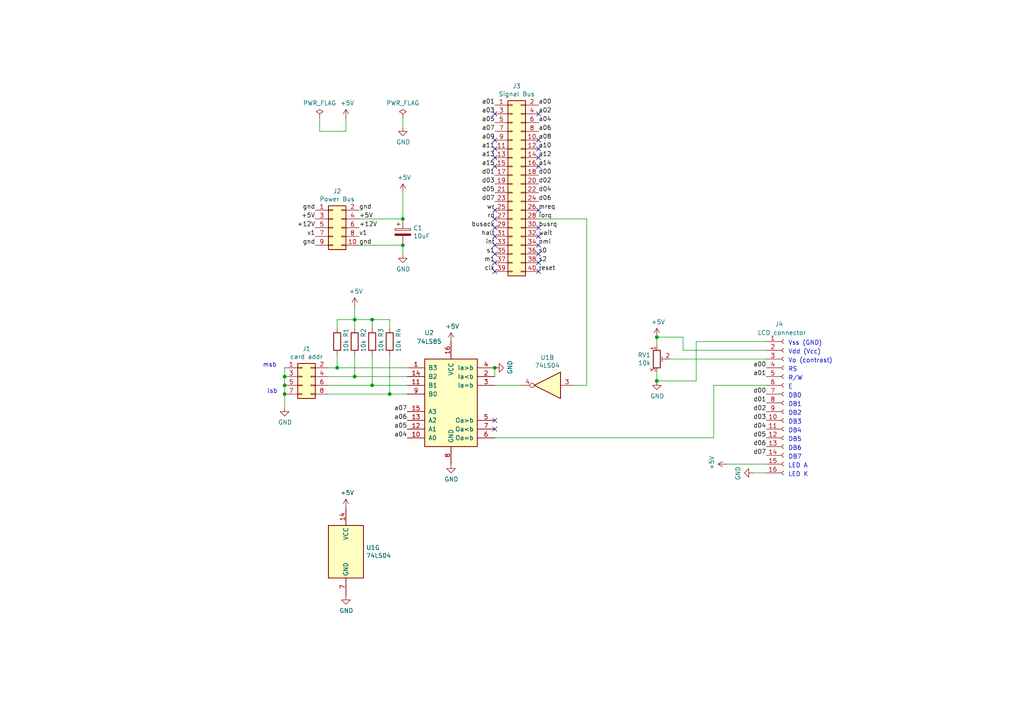
<source format=kicad_sch>
(kicad_sch (version 20211123) (generator eeschema)
  (paper "A4")
  (lib_symbols
    (symbol "74xx:74LS04"
      (property "Reference" "U" (at 0 1.27 0))
      (property "Value" "74LS04" (at 0 -1.27 0))
      (symbol "74LS04_1_0"
        (polyline (pts (xy -3.81 3.81) (xy -3.81 -3.81) (xy 3.81 0) (xy -3.81 3.81)) (stroke (width 0.254)) (fill (type background)))
        (pin input line (at -7.62 0 0) (length 3.81) (name "~") (number "1"))
        (pin output inverted (at 7.62 0 180) (length 3.81) (name "~") (number "2"))
      )
      (symbol "74LS04_2_0"
        (polyline (pts (xy -3.81 3.81) (xy -3.81 -3.81) (xy 3.81 0) (xy -3.81 3.81)) (stroke (width 0.254)) (fill (type background)))
        (pin input line (at -7.62 0 0) (length 3.81) (name "~") (number "3"))
        (pin output inverted (at 7.62 0 180) (length 3.81) (name "~") (number "4"))
      )
      (symbol "74LS04_3_0"
        (polyline (pts (xy -3.81 3.81) (xy -3.81 -3.81) (xy 3.81 0) (xy -3.81 3.81)) (stroke (width 0.254)) (fill (type background)))
        (pin input line (at -7.62 0 0) (length 3.81) (name "~") (number "5"))
        (pin output inverted (at 7.62 0 180) (length 3.81) (name "~") (number "6"))
      )
      (symbol "74LS04_4_0"
        (polyline (pts (xy -3.81 3.81) (xy -3.81 -3.81) (xy 3.81 0) (xy -3.81 3.81)) (stroke (width 0.254)) (fill (type background)))
        (pin output inverted (at 7.62 0 180) (length 3.81) (name "~") (number "8"))
        (pin input line (at -7.62 0 0) (length 3.81) (name "~") (number "9"))
      )
      (symbol "74LS04_5_0"
        (polyline (pts (xy -3.81 3.81) (xy -3.81 -3.81) (xy 3.81 0) (xy -3.81 3.81)) (stroke (width 0.254)) (fill (type background)))
        (pin output inverted (at 7.62 0 180) (length 3.81) (name "~") (number "10"))
        (pin input line (at -7.62 0 0) (length 3.81) (name "~") (number "11"))
      )
      (symbol "74LS04_6_0"
        (polyline (pts (xy -3.81 3.81) (xy -3.81 -3.81) (xy 3.81 0) (xy -3.81 3.81)) (stroke (width 0.254)) (fill (type background)))
        (pin output inverted (at 7.62 0 180) (length 3.81) (name "~") (number "12"))
        (pin input line (at -7.62 0 0) (length 3.81) (name "~") (number "13"))
      )
      (symbol "74LS04_7_0"
        (pin power_in line (at 0 12.7 270) (length 5.08) (name "VCC") (number "14"))
        (pin power_in line (at 0 -12.7 90) (length 5.08) (name "GND") (number "7"))
      )
      (symbol "74LS04_7_1"
        (rectangle (start -5.08 7.62) (end 5.08 -7.62) (stroke (width 0.254)) (fill (type background)))
      )
    )
    (symbol "74xx:74LS85" (pin_names (offset 1.016))
      (property "Reference" "U" (at -7.62 13.97 0))
      (property "Value" "74LS85" (at -7.62 -13.97 0))
      (symbol "74LS85_1_0"
        (pin input line (at -12.7 10.16 0) (length 5.08) (name "B3") (number "1"))
        (pin input line (at -12.7 -10.16 0) (length 5.08) (name "A0") (number "10"))
        (pin input line (at -12.7 5.08 0) (length 5.08) (name "B1") (number "11"))
        (pin input line (at -12.7 -7.62 0) (length 5.08) (name "A1") (number "12"))
        (pin input line (at -12.7 -5.08 0) (length 5.08) (name "A2") (number "13"))
        (pin input line (at -12.7 7.62 0) (length 5.08) (name "B2") (number "14"))
        (pin input line (at -12.7 -2.54 0) (length 5.08) (name "A3") (number "15"))
        (pin power_in line (at 0 17.78 270) (length 5.08) (name "VCC") (number "16"))
        (pin input line (at 12.7 7.62 180) (length 5.08) (name "Ia<b") (number "2"))
        (pin input line (at 12.7 5.08 180) (length 5.08) (name "Ia=b") (number "3"))
        (pin input line (at 12.7 10.16 180) (length 5.08) (name "Ia>b") (number "4"))
        (pin output line (at 12.7 -5.08 180) (length 5.08) (name "Oa>b") (number "5"))
        (pin output line (at 12.7 -10.16 180) (length 5.08) (name "Oa=b") (number "6"))
        (pin output line (at 12.7 -7.62 180) (length 5.08) (name "Oa<b") (number "7"))
        (pin power_in line (at 0 -17.78 90) (length 5.08) (name "GND") (number "8"))
        (pin input line (at -12.7 2.54 0) (length 5.08) (name "B0") (number "9"))
      )
      (symbol "74LS85_1_1"
        (rectangle (start -7.62 12.7) (end 7.62 -12.7) (stroke (width 0.254)) (fill (type background)))
      )
    )
    (symbol "Connector:Conn_01x16_Female" (pin_names (offset 1.016) hide)
      (property "Reference" "J" (at 0 20.32 0))
      (property "Value" "Conn_01x16_Female" (at 0 -22.86 0))
      (symbol "Conn_01x16_Female_1_1"
        (arc (start 0 -19.812) (mid -0.508 -20.32) (end 0 -20.828) (stroke (width 0.1524)))
        (arc (start 0 -17.272) (mid -0.508 -17.78) (end 0 -18.288) (stroke (width 0.1524)))
        (arc (start 0 -14.732) (mid -0.508 -15.24) (end 0 -15.748) (stroke (width 0.1524)))
        (arc (start 0 -12.192) (mid -0.508 -12.7) (end 0 -13.208) (stroke (width 0.1524)))
        (arc (start 0 -9.652) (mid -0.508 -10.16) (end 0 -10.668) (stroke (width 0.1524)))
        (arc (start 0 -7.112) (mid -0.508 -7.62) (end 0 -8.128) (stroke (width 0.1524)))
        (arc (start 0 -4.572) (mid -0.508 -5.08) (end 0 -5.588) (stroke (width 0.1524)))
        (arc (start 0 -2.032) (mid -0.508 -2.54) (end 0 -3.048) (stroke (width 0.1524)))
        (polyline (pts (xy -1.27 -20.32) (xy -0.508 -20.32)) (stroke (width 0.1524)))
        (polyline (pts (xy -1.27 -17.78) (xy -0.508 -17.78)) (stroke (width 0.1524)))
        (polyline (pts (xy -1.27 -15.24) (xy -0.508 -15.24)) (stroke (width 0.1524)))
        (polyline (pts (xy -1.27 -12.7) (xy -0.508 -12.7)) (stroke (width 0.1524)))
        (polyline (pts (xy -1.27 -10.16) (xy -0.508 -10.16)) (stroke (width 0.1524)))
        (polyline (pts (xy -1.27 -7.62) (xy -0.508 -7.62)) (stroke (width 0.1524)))
        (polyline (pts (xy -1.27 -5.08) (xy -0.508 -5.08)) (stroke (width 0.1524)))
        (polyline (pts (xy -1.27 -2.54) (xy -0.508 -2.54)) (stroke (width 0.1524)))
        (polyline (pts (xy -1.27 0) (xy -0.508 0)) (stroke (width 0.1524)))
        (polyline (pts (xy -1.27 2.54) (xy -0.508 2.54)) (stroke (width 0.1524)))
        (polyline (pts (xy -1.27 5.08) (xy -0.508 5.08)) (stroke (width 0.1524)))
        (polyline (pts (xy -1.27 7.62) (xy -0.508 7.62)) (stroke (width 0.1524)))
        (polyline (pts (xy -1.27 10.16) (xy -0.508 10.16)) (stroke (width 0.1524)))
        (polyline (pts (xy -1.27 12.7) (xy -0.508 12.7)) (stroke (width 0.1524)))
        (polyline (pts (xy -1.27 15.24) (xy -0.508 15.24)) (stroke (width 0.1524)))
        (polyline (pts (xy -1.27 17.78) (xy -0.508 17.78)) (stroke (width 0.1524)))
        (arc (start 0 0.508) (mid -0.508 0) (end 0 -0.508) (stroke (width 0.1524)))
        (arc (start 0 3.048) (mid -0.508 2.54) (end 0 2.032) (stroke (width 0.1524)))
        (arc (start 0 5.588) (mid -0.508 5.08) (end 0 4.572) (stroke (width 0.1524)))
        (arc (start 0 8.128) (mid -0.508 7.62) (end 0 7.112) (stroke (width 0.1524)))
        (arc (start 0 10.668) (mid -0.508 10.16) (end 0 9.652) (stroke (width 0.1524)))
        (arc (start 0 13.208) (mid -0.508 12.7) (end 0 12.192) (stroke (width 0.1524)))
        (arc (start 0 15.748) (mid -0.508 15.24) (end 0 14.732) (stroke (width 0.1524)))
        (arc (start 0 18.288) (mid -0.508 17.78) (end 0 17.272) (stroke (width 0.1524)))
        (pin passive line (at -5.08 17.78 0) (length 3.81) (name "Pin_1") (number "1"))
        (pin passive line (at -5.08 -5.08 0) (length 3.81) (name "Pin_10") (number "10"))
        (pin passive line (at -5.08 -7.62 0) (length 3.81) (name "Pin_11") (number "11"))
        (pin passive line (at -5.08 -10.16 0) (length 3.81) (name "Pin_12") (number "12"))
        (pin passive line (at -5.08 -12.7 0) (length 3.81) (name "Pin_13") (number "13"))
        (pin passive line (at -5.08 -15.24 0) (length 3.81) (name "Pin_14") (number "14"))
        (pin passive line (at -5.08 -17.78 0) (length 3.81) (name "Pin_15") (number "15"))
        (pin passive line (at -5.08 -20.32 0) (length 3.81) (name "Pin_16") (number "16"))
        (pin passive line (at -5.08 15.24 0) (length 3.81) (name "Pin_2") (number "2"))
        (pin passive line (at -5.08 12.7 0) (length 3.81) (name "Pin_3") (number "3"))
        (pin passive line (at -5.08 10.16 0) (length 3.81) (name "Pin_4") (number "4"))
        (pin passive line (at -5.08 7.62 0) (length 3.81) (name "Pin_5") (number "5"))
        (pin passive line (at -5.08 5.08 0) (length 3.81) (name "Pin_6") (number "6"))
        (pin passive line (at -5.08 2.54 0) (length 3.81) (name "Pin_7") (number "7"))
        (pin passive line (at -5.08 0 0) (length 3.81) (name "Pin_8") (number "8"))
        (pin passive line (at -5.08 -2.54 0) (length 3.81) (name "Pin_9") (number "9"))
      )
    )
    (symbol "Connector_Generic:Conn_02x04_Odd_Even" (pin_names (offset 1.016) hide)
      (property "Reference" "J" (at 1.27 5.08 0))
      (property "Value" "Conn_02x04_Odd_Even" (at 1.27 -7.62 0))
      (symbol "Conn_02x04_Odd_Even_1_1"
        (rectangle (start -1.27 -4.953) (end 0 -5.207) (stroke (width 0.1524)))
        (rectangle (start -1.27 -2.413) (end 0 -2.667) (stroke (width 0.1524)))
        (rectangle (start -1.27 0.127) (end 0 -0.127) (stroke (width 0.1524)))
        (rectangle (start -1.27 2.667) (end 0 2.413) (stroke (width 0.1524)))
        (rectangle (start -1.27 3.81) (end 3.81 -6.35) (stroke (width 0.254)) (fill (type background)))
        (rectangle (start 3.81 -4.953) (end 2.54 -5.207) (stroke (width 0.1524)))
        (rectangle (start 3.81 -2.413) (end 2.54 -2.667) (stroke (width 0.1524)))
        (rectangle (start 3.81 0.127) (end 2.54 -0.127) (stroke (width 0.1524)))
        (rectangle (start 3.81 2.667) (end 2.54 2.413) (stroke (width 0.1524)))
        (pin passive line (at -5.08 2.54 0) (length 3.81) (name "Pin_1") (number "1"))
        (pin passive line (at 7.62 2.54 180) (length 3.81) (name "Pin_2") (number "2"))
        (pin passive line (at -5.08 0 0) (length 3.81) (name "Pin_3") (number "3"))
        (pin passive line (at 7.62 0 180) (length 3.81) (name "Pin_4") (number "4"))
        (pin passive line (at -5.08 -2.54 0) (length 3.81) (name "Pin_5") (number "5"))
        (pin passive line (at 7.62 -2.54 180) (length 3.81) (name "Pin_6") (number "6"))
        (pin passive line (at -5.08 -5.08 0) (length 3.81) (name "Pin_7") (number "7"))
        (pin passive line (at 7.62 -5.08 180) (length 3.81) (name "Pin_8") (number "8"))
      )
    )
    (symbol "Connector_Generic:Conn_02x05_Odd_Even" (pin_names (offset 1.016) hide)
      (property "Reference" "J" (at 1.27 7.62 0))
      (property "Value" "Conn_02x05_Odd_Even" (at 1.27 -7.62 0))
      (symbol "Conn_02x05_Odd_Even_1_1"
        (rectangle (start -1.27 -4.953) (end 0 -5.207) (stroke (width 0.1524)))
        (rectangle (start -1.27 -2.413) (end 0 -2.667) (stroke (width 0.1524)))
        (rectangle (start -1.27 0.127) (end 0 -0.127) (stroke (width 0.1524)))
        (rectangle (start -1.27 2.667) (end 0 2.413) (stroke (width 0.1524)))
        (rectangle (start -1.27 5.207) (end 0 4.953) (stroke (width 0.1524)))
        (rectangle (start -1.27 6.35) (end 3.81 -6.35) (stroke (width 0.254)) (fill (type background)))
        (rectangle (start 3.81 -4.953) (end 2.54 -5.207) (stroke (width 0.1524)))
        (rectangle (start 3.81 -2.413) (end 2.54 -2.667) (stroke (width 0.1524)))
        (rectangle (start 3.81 0.127) (end 2.54 -0.127) (stroke (width 0.1524)))
        (rectangle (start 3.81 2.667) (end 2.54 2.413) (stroke (width 0.1524)))
        (rectangle (start 3.81 5.207) (end 2.54 4.953) (stroke (width 0.1524)))
        (pin passive line (at -5.08 5.08 0) (length 3.81) (name "Pin_1") (number "1"))
        (pin passive line (at 7.62 -5.08 180) (length 3.81) (name "Pin_10") (number "10"))
        (pin passive line (at 7.62 5.08 180) (length 3.81) (name "Pin_2") (number "2"))
        (pin passive line (at -5.08 2.54 0) (length 3.81) (name "Pin_3") (number "3"))
        (pin passive line (at 7.62 2.54 180) (length 3.81) (name "Pin_4") (number "4"))
        (pin passive line (at -5.08 0 0) (length 3.81) (name "Pin_5") (number "5"))
        (pin passive line (at 7.62 0 180) (length 3.81) (name "Pin_6") (number "6"))
        (pin passive line (at -5.08 -2.54 0) (length 3.81) (name "Pin_7") (number "7"))
        (pin passive line (at 7.62 -2.54 180) (length 3.81) (name "Pin_8") (number "8"))
        (pin passive line (at -5.08 -5.08 0) (length 3.81) (name "Pin_9") (number "9"))
      )
    )
    (symbol "Connector_Generic:Conn_02x20_Odd_Even" (pin_names (offset 1.016) hide)
      (property "Reference" "J" (at 1.27 25.4 0))
      (property "Value" "Conn_02x20_Odd_Even" (at 1.27 -27.94 0))
      (symbol "Conn_02x20_Odd_Even_1_1"
        (rectangle (start -1.27 -25.273) (end 0 -25.527) (stroke (width 0.1524)))
        (rectangle (start -1.27 -22.733) (end 0 -22.987) (stroke (width 0.1524)))
        (rectangle (start -1.27 -20.193) (end 0 -20.447) (stroke (width 0.1524)))
        (rectangle (start -1.27 -17.653) (end 0 -17.907) (stroke (width 0.1524)))
        (rectangle (start -1.27 -15.113) (end 0 -15.367) (stroke (width 0.1524)))
        (rectangle (start -1.27 -12.573) (end 0 -12.827) (stroke (width 0.1524)))
        (rectangle (start -1.27 -10.033) (end 0 -10.287) (stroke (width 0.1524)))
        (rectangle (start -1.27 -7.493) (end 0 -7.747) (stroke (width 0.1524)))
        (rectangle (start -1.27 -4.953) (end 0 -5.207) (stroke (width 0.1524)))
        (rectangle (start -1.27 -2.413) (end 0 -2.667) (stroke (width 0.1524)))
        (rectangle (start -1.27 0.127) (end 0 -0.127) (stroke (width 0.1524)))
        (rectangle (start -1.27 2.667) (end 0 2.413) (stroke (width 0.1524)))
        (rectangle (start -1.27 5.207) (end 0 4.953) (stroke (width 0.1524)))
        (rectangle (start -1.27 7.747) (end 0 7.493) (stroke (width 0.1524)))
        (rectangle (start -1.27 10.287) (end 0 10.033) (stroke (width 0.1524)))
        (rectangle (start -1.27 12.827) (end 0 12.573) (stroke (width 0.1524)))
        (rectangle (start -1.27 15.367) (end 0 15.113) (stroke (width 0.1524)))
        (rectangle (start -1.27 17.907) (end 0 17.653) (stroke (width 0.1524)))
        (rectangle (start -1.27 20.447) (end 0 20.193) (stroke (width 0.1524)))
        (rectangle (start -1.27 22.987) (end 0 22.733) (stroke (width 0.1524)))
        (rectangle (start -1.27 24.13) (end 3.81 -26.67) (stroke (width 0.254)) (fill (type background)))
        (rectangle (start 3.81 -25.273) (end 2.54 -25.527) (stroke (width 0.1524)))
        (rectangle (start 3.81 -22.733) (end 2.54 -22.987) (stroke (width 0.1524)))
        (rectangle (start 3.81 -20.193) (end 2.54 -20.447) (stroke (width 0.1524)))
        (rectangle (start 3.81 -17.653) (end 2.54 -17.907) (stroke (width 0.1524)))
        (rectangle (start 3.81 -15.113) (end 2.54 -15.367) (stroke (width 0.1524)))
        (rectangle (start 3.81 -12.573) (end 2.54 -12.827) (stroke (width 0.1524)))
        (rectangle (start 3.81 -10.033) (end 2.54 -10.287) (stroke (width 0.1524)))
        (rectangle (start 3.81 -7.493) (end 2.54 -7.747) (stroke (width 0.1524)))
        (rectangle (start 3.81 -4.953) (end 2.54 -5.207) (stroke (width 0.1524)))
        (rectangle (start 3.81 -2.413) (end 2.54 -2.667) (stroke (width 0.1524)))
        (rectangle (start 3.81 0.127) (end 2.54 -0.127) (stroke (width 0.1524)))
        (rectangle (start 3.81 2.667) (end 2.54 2.413) (stroke (width 0.1524)))
        (rectangle (start 3.81 5.207) (end 2.54 4.953) (stroke (width 0.1524)))
        (rectangle (start 3.81 7.747) (end 2.54 7.493) (stroke (width 0.1524)))
        (rectangle (start 3.81 10.287) (end 2.54 10.033) (stroke (width 0.1524)))
        (rectangle (start 3.81 12.827) (end 2.54 12.573) (stroke (width 0.1524)))
        (rectangle (start 3.81 15.367) (end 2.54 15.113) (stroke (width 0.1524)))
        (rectangle (start 3.81 17.907) (end 2.54 17.653) (stroke (width 0.1524)))
        (rectangle (start 3.81 20.447) (end 2.54 20.193) (stroke (width 0.1524)))
        (rectangle (start 3.81 22.987) (end 2.54 22.733) (stroke (width 0.1524)))
        (pin passive line (at -5.08 22.86 0) (length 3.81) (name "Pin_1") (number "1"))
        (pin passive line (at 7.62 12.7 180) (length 3.81) (name "Pin_10") (number "10"))
        (pin passive line (at -5.08 10.16 0) (length 3.81) (name "Pin_11") (number "11"))
        (pin passive line (at 7.62 10.16 180) (length 3.81) (name "Pin_12") (number "12"))
        (pin passive line (at -5.08 7.62 0) (length 3.81) (name "Pin_13") (number "13"))
        (pin passive line (at 7.62 7.62 180) (length 3.81) (name "Pin_14") (number "14"))
        (pin passive line (at -5.08 5.08 0) (length 3.81) (name "Pin_15") (number "15"))
        (pin passive line (at 7.62 5.08 180) (length 3.81) (name "Pin_16") (number "16"))
        (pin passive line (at -5.08 2.54 0) (length 3.81) (name "Pin_17") (number "17"))
        (pin passive line (at 7.62 2.54 180) (length 3.81) (name "Pin_18") (number "18"))
        (pin passive line (at -5.08 0 0) (length 3.81) (name "Pin_19") (number "19"))
        (pin passive line (at 7.62 22.86 180) (length 3.81) (name "Pin_2") (number "2"))
        (pin passive line (at 7.62 0 180) (length 3.81) (name "Pin_20") (number "20"))
        (pin passive line (at -5.08 -2.54 0) (length 3.81) (name "Pin_21") (number "21"))
        (pin passive line (at 7.62 -2.54 180) (length 3.81) (name "Pin_22") (number "22"))
        (pin passive line (at -5.08 -5.08 0) (length 3.81) (name "Pin_23") (number "23"))
        (pin passive line (at 7.62 -5.08 180) (length 3.81) (name "Pin_24") (number "24"))
        (pin passive line (at -5.08 -7.62 0) (length 3.81) (name "Pin_25") (number "25"))
        (pin passive line (at 7.62 -7.62 180) (length 3.81) (name "Pin_26") (number "26"))
        (pin passive line (at -5.08 -10.16 0) (length 3.81) (name "Pin_27") (number "27"))
        (pin passive line (at 7.62 -10.16 180) (length 3.81) (name "Pin_28") (number "28"))
        (pin passive line (at -5.08 -12.7 0) (length 3.81) (name "Pin_29") (number "29"))
        (pin passive line (at -5.08 20.32 0) (length 3.81) (name "Pin_3") (number "3"))
        (pin passive line (at 7.62 -12.7 180) (length 3.81) (name "Pin_30") (number "30"))
        (pin passive line (at -5.08 -15.24 0) (length 3.81) (name "Pin_31") (number "31"))
        (pin passive line (at 7.62 -15.24 180) (length 3.81) (name "Pin_32") (number "32"))
        (pin passive line (at -5.08 -17.78 0) (length 3.81) (name "Pin_33") (number "33"))
        (pin passive line (at 7.62 -17.78 180) (length 3.81) (name "Pin_34") (number "34"))
        (pin passive line (at -5.08 -20.32 0) (length 3.81) (name "Pin_35") (number "35"))
        (pin passive line (at 7.62 -20.32 180) (length 3.81) (name "Pin_36") (number "36"))
        (pin passive line (at -5.08 -22.86 0) (length 3.81) (name "Pin_37") (number "37"))
        (pin passive line (at 7.62 -22.86 180) (length 3.81) (name "Pin_38") (number "38"))
        (pin passive line (at -5.08 -25.4 0) (length 3.81) (name "Pin_39") (number "39"))
        (pin passive line (at 7.62 20.32 180) (length 3.81) (name "Pin_4") (number "4"))
        (pin passive line (at 7.62 -25.4 180) (length 3.81) (name "Pin_40") (number "40"))
        (pin passive line (at -5.08 17.78 0) (length 3.81) (name "Pin_5") (number "5"))
        (pin passive line (at 7.62 17.78 180) (length 3.81) (name "Pin_6") (number "6"))
        (pin passive line (at -5.08 15.24 0) (length 3.81) (name "Pin_7") (number "7"))
        (pin passive line (at 7.62 15.24 180) (length 3.81) (name "Pin_8") (number "8"))
        (pin passive line (at -5.08 12.7 0) (length 3.81) (name "Pin_9") (number "9"))
      )
    )
    (symbol "Device:CP" (pin_numbers hide) (pin_names (offset 0.254))
      (property "Reference" "C" (at 0.635 2.54 0))
      (property "Value" "Device_CP" (at 0.635 -2.54 0))
      (symbol "CP_0_1"
        (rectangle (start -2.286 0.508) (end 2.286 1.016))
        (polyline (pts (xy -1.778 2.286) (xy -0.762 2.286)))
        (polyline (pts (xy -1.27 2.794) (xy -1.27 1.778)))
        (rectangle (start 2.286 -0.508) (end -2.286 -1.016) (fill (type outline)))
      )
      (symbol "CP_1_1"
        (pin passive line (at 0 3.81 270) (length 2.794) (name "~") (number "1"))
        (pin passive line (at 0 -3.81 90) (length 2.794) (name "~") (number "2"))
      )
    )
    (symbol "Device:R" (pin_numbers hide) (pin_names (offset 0))
      (property "Reference" "R" (at 2.032 0 90))
      (property "Value" "R" (at 0 0 90))
      (symbol "R_0_1"
        (rectangle (start -1.016 -2.54) (end 1.016 2.54) (stroke (width 0.254)))
      )
      (symbol "R_1_1"
        (pin passive line (at 0 3.81 270) (length 1.27) (name "~") (number "1"))
        (pin passive line (at 0 -3.81 90) (length 1.27) (name "~") (number "2"))
      )
    )
    (symbol "Device:R_POT_TRIM" (pin_names (offset 1.016) hide)
      (property "Reference" "RV" (at -4.445 0 90))
      (property "Value" "Device_R_POT_TRIM" (at -2.54 0 90))
      (symbol "R_POT_TRIM_0_1"
        (polyline (pts (xy 1.524 0.762) (xy 1.524 -0.762)))
        (polyline (pts (xy 2.54 0) (xy 1.524 0)))
        (rectangle (start 1.016 2.54) (end -1.016 -2.54) (stroke (width 0.254)))
      )
      (symbol "R_POT_TRIM_1_1"
        (pin passive line (at 0 3.81 270) (length 1.27) (name "1") (number "1"))
        (pin passive line (at 3.81 0 180) (length 1.27) (name "2") (number "2"))
        (pin passive line (at 0 -3.81 90) (length 1.27) (name "3") (number "3"))
      )
    )
    (symbol "power:+5V" (power) (pin_names (offset 0))
      (property "Value" "+5V" (at 0 3.556 0))
      (symbol "+5V_0_1"
        (polyline (pts (xy -0.762 1.27) (xy 0 2.54)))
        (polyline (pts (xy 0 0) (xy 0 2.54)))
        (polyline (pts (xy 0 2.54) (xy 0.762 1.27)))
      )
      (symbol "+5V_1_1"
        (pin power_in line (at 0 0 90) (length 0) hide (name "+5V") (number "1"))
      )
    )
    (symbol "power:GND" (power) (pin_names (offset 0))
      (property "Value" "GND" (at 0 -3.81 0))
      (symbol "GND_0_1"
        (polyline (pts (xy 0 0) (xy 0 -1.27) (xy 1.27 -1.27) (xy 0 -2.54) (xy -1.27 -1.27) (xy 0 -1.27)))
      )
      (symbol "GND_1_1"
        (pin power_in line (at 0 0 270) (length 0) hide (name "GND") (number "1"))
      )
    )
    (symbol "power:PWR_FLAG" (power) (pin_numbers hide) (pin_names (offset 0) hide)
      (property "Value" "PWR_FLAG" (at 0 3.81 0))
      (symbol "PWR_FLAG_0_0"
        (pin power_out line (at 0 0 90) (length 0) (name "pwr") (number "1"))
      )
      (symbol "PWR_FLAG_0_1"
        (polyline (pts (xy 0 0) (xy 0 1.27) (xy -1.016 1.905) (xy 0 2.54) (xy 1.016 1.905) (xy 0 1.27)))
      )
    )
  )
  (junction (at 82.55 114.3))
  (junction (at 116.84 63.5))
  (junction (at 102.87 92.71))
  (junction (at 143.51 106.68))
  (junction (at 102.87 109.22))
  (junction (at 82.55 111.76))
  (junction (at 113.03 114.3))
  (junction (at 107.95 111.76))
  (junction (at 190.5 97.79))
  (junction (at 97.79 106.68))
  (junction (at 82.55 109.22))
  (junction (at 190.5 110.49))
  (junction (at 116.84 71.12))
  (junction (at 107.95 92.71))
  (no_connect (at 156.21 45.72))
  (no_connect (at 336.55 27.94))
  (no_connect (at 156.21 78.74))
  (no_connect (at 143.51 73.66))
  (no_connect (at 143.51 68.58))
  (no_connect (at 143.51 63.5))
  (no_connect (at 156.21 60.96))
  (no_connect (at 143.51 121.92))
  (no_connect (at 156.21 73.66))
  (no_connect (at 143.51 60.96))
  (no_connect (at 143.51 43.18))
  (no_connect (at 143.51 78.74))
  (no_connect (at 156.21 68.58))
  (no_connect (at 156.21 76.2))
  (no_connect (at 143.51 48.26))
  (no_connect (at 156.21 66.04))
  (no_connect (at 156.21 40.64))
  (no_connect (at 156.21 33.02))
  (no_connect (at 156.21 43.18))
  (no_connect (at 143.51 45.72))
  (no_connect (at 143.51 66.04))
  (no_connect (at 143.51 76.2))
  (no_connect (at 156.21 48.26))
  (no_connect (at 143.51 40.64))
  (no_connect (at 143.51 71.12))
  (no_connect (at 143.51 124.46))
  (no_connect (at 156.21 71.12))
  (no_connect (at 143.51 33.02))
  (wire (pts (xy 92.71 38.1) (xy 100.33 38.1)))
  (wire (pts (xy 95.25 109.22) (xy 102.87 109.22)))
  (wire (pts (xy 113.03 102.87) (xy 113.03 114.3)))
  (wire (pts (xy 102.87 109.22) (xy 118.11 109.22)))
  (wire (pts (xy 116.84 71.12) (xy 104.14 71.12)))
  (wire (pts (xy 82.55 109.22) (xy 82.55 111.76)))
  (wire (pts (xy 143.51 127) (xy 207.01 127)))
  (wire (pts (xy 143.51 106.68) (xy 143.51 109.22)))
  (wire (pts (xy 198.12 101.6) (xy 198.12 97.79)))
  (wire (pts (xy 97.79 106.68) (xy 95.25 106.68)))
  (wire (pts (xy 170.18 63.5) (xy 156.21 63.5)))
  (wire (pts (xy 116.84 34.29) (xy 116.84 36.83)))
  (wire (pts (xy 102.87 95.25) (xy 102.87 92.71)))
  (wire (pts (xy 107.95 102.87) (xy 107.95 111.76)))
  (wire (pts (xy 97.79 92.71) (xy 102.87 92.71)))
  (wire (pts (xy 107.95 95.25) (xy 107.95 92.71)))
  (wire (pts (xy 116.84 73.66) (xy 116.84 71.12)))
  (wire (pts (xy 100.33 38.1) (xy 100.33 34.29)))
  (wire (pts (xy 201.93 99.06) (xy 201.93 110.49)))
  (wire (pts (xy 107.95 92.71) (xy 113.03 92.71)))
  (wire (pts (xy 116.84 55.88) (xy 116.84 63.5)))
  (wire (pts (xy 222.25 104.14) (xy 194.31 104.14)))
  (wire (pts (xy 97.79 102.87) (xy 97.79 106.68)))
  (wire (pts (xy 210.82 134.62) (xy 222.25 134.62)))
  (wire (pts (xy 82.55 111.76) (xy 82.55 114.3)))
  (wire (pts (xy 222.25 101.6) (xy 198.12 101.6)))
  (wire (pts (xy 118.11 106.68) (xy 97.79 106.68)))
  (wire (pts (xy 118.11 111.76) (xy 107.95 111.76)))
  (wire (pts (xy 222.25 137.16) (xy 218.44 137.16)))
  (wire (pts (xy 82.55 106.68) (xy 82.55 109.22)))
  (wire (pts (xy 82.55 118.11) (xy 82.55 114.3)))
  (wire (pts (xy 113.03 92.71) (xy 113.03 95.25)))
  (wire (pts (xy 151.13 111.76) (xy 143.51 111.76)))
  (wire (pts (xy 207.01 111.76) (xy 207.01 127)))
  (wire (pts (xy 113.03 114.3) (xy 118.11 114.3)))
  (wire (pts (xy 116.84 63.5) (xy 104.14 63.5)))
  (wire (pts (xy 190.5 110.49) (xy 190.5 107.95)))
  (wire (pts (xy 102.87 92.71) (xy 107.95 92.71)))
  (wire (pts (xy 170.18 111.76) (xy 170.18 63.5)))
  (wire (pts (xy 102.87 102.87) (xy 102.87 109.22)))
  (wire (pts (xy 198.12 97.79) (xy 190.5 97.79)))
  (wire (pts (xy 107.95 111.76) (xy 95.25 111.76)))
  (wire (pts (xy 95.25 114.3) (xy 113.03 114.3)))
  (wire (pts (xy 201.93 110.49) (xy 190.5 110.49)))
  (wire (pts (xy 97.79 95.25) (xy 97.79 92.71)))
  (wire (pts (xy 166.37 111.76) (xy 170.18 111.76)))
  (wire (pts (xy 222.25 99.06) (xy 201.93 99.06)))
  (wire (pts (xy 222.25 111.76) (xy 207.01 111.76)))
  (wire (pts (xy 92.71 34.29) (xy 92.71 38.1)))
  (wire (pts (xy 102.87 88.9) (xy 102.87 92.71)))
  (wire (pts (xy 190.5 97.79) (xy 190.5 100.33)))
  (text "DB1" (at 228.6 118.11 0) (effects (font (size 1.27 1.27)) (justify left bottom)))
  (text "Vdd (Vcc)" (at 228.6 102.87 0) (effects (font (size 1.27 1.27)) (justify left bottom)))
  (text "DB2" (at 228.6 120.65 0) (effects (font (size 1.27 1.27)) (justify left bottom)))
  (text "Vss (GND)" (at 228.6 100.33 0) (effects (font (size 1.27 1.27)) (justify left bottom)))
  (text "DB3" (at 228.6 123.19 0) (effects (font (size 1.27 1.27)) (justify left bottom)))
  (text "LED K" (at 228.6 138.43 0) (effects (font (size 1.27 1.27)) (justify left bottom)))
  (text "lsb" (at 77.47 114.3 0) (effects (font (size 1.27 1.27)) (justify left bottom)))
  (text "DB4" (at 228.6 125.73 0) (effects (font (size 1.27 1.27)) (justify left bottom)))
  (text "msb" (at 76.2 106.68 0) (effects (font (size 1.27 1.27)) (justify left bottom)))
  (text "DB7" (at 228.6 133.35 0) (effects (font (size 1.27 1.27)) (justify left bottom)))
  (text "R/W" (at 228.6 110.49 0) (effects (font (size 1.27 1.27)) (justify left bottom)))
  (text "LED A" (at 228.6 135.89 0) (effects (font (size 1.27 1.27)) (justify left bottom)))
  (text "DB5" (at 228.6 128.27 0) (effects (font (size 1.27 1.27)) (justify left bottom)))
  (text "DB6" (at 228.6 130.81 0) (effects (font (size 1.27 1.27)) (justify left bottom)))
  (text "DB0" (at 228.6 115.57 0) (effects (font (size 1.27 1.27)) (justify left bottom)))
  (text "RS" (at 228.6 107.95 0) (effects (font (size 1.27 1.27)) (justify left bottom)))
  (text "E" (at 228.6 113.03 0) (effects (font (size 1.27 1.27)) (justify left bottom)))
  (text "Vo (contrast)\n" (at 228.6 105.41 0) (effects (font (size 1.27 1.27)) (justify left bottom)))
  (label "d07" (at 143.51 58.42 180))
  (label "a05" (at 143.51 35.56 180))
  (label "s1" (at 143.51 73.66 180))
  (label "a08" (at 156.21 40.64 0))
  (label "d01" (at 143.51 50.8 180))
  (label "mreq" (at 156.21 60.96 0))
  (label "busrq" (at 156.21 66.04 0))
  (label "a06" (at 118.11 121.92 180))
  (label "d07" (at 222.25 132.08 180))
  (label "a01" (at 222.25 109.22 180))
  (label "a07" (at 143.51 38.1 180))
  (label "d05" (at 143.51 55.88 180))
  (label "a03" (at 143.51 33.02 180))
  (label "iorq" (at 156.21 63.5 0))
  (label "s0" (at 156.21 73.66 0))
  (label "a11" (at 143.51 43.18 180))
  (label "a02" (at 156.21 33.02 0))
  (label "+12V" (at 104.14 66.04 0))
  (label "wait" (at 156.21 68.58 0))
  (label "+5V" (at 91.44 63.5 180))
  (label "v1" (at 91.44 68.58 180))
  (label "a04" (at 118.11 127 180))
  (label "halt" (at 143.51 68.58 180))
  (label "a01" (at 143.51 30.48 180))
  (label "a06" (at 156.21 38.1 0))
  (label "a14" (at 156.21 48.26 0))
  (label "reset" (at 156.21 78.74 0))
  (label "rd" (at 143.51 63.5 180))
  (label "a15" (at 143.51 48.26 180))
  (label "d04" (at 222.25 124.46 180))
  (label "d02" (at 222.25 119.38 180))
  (label "busack" (at 143.51 66.04 180))
  (label "gnd" (at 91.44 60.96 180))
  (label "m1" (at 143.51 76.2 180))
  (label "gnd" (at 104.14 71.12 0))
  (label "d04" (at 156.21 55.88 0))
  (label "d03" (at 143.51 53.34 180))
  (label "d05" (at 222.25 127 180))
  (label "int" (at 143.51 71.12 180))
  (label "clk" (at 143.51 78.74 180))
  (label "a04" (at 156.21 35.56 0))
  (label "v1" (at 104.14 68.58 0))
  (label "a00" (at 222.25 106.68 180))
  (label "s2" (at 156.21 76.2 0))
  (label "+5V" (at 104.14 63.5 0))
  (label "a13" (at 143.51 45.72 180))
  (label "wr" (at 143.51 60.96 180))
  (label "nmi" (at 156.21 71.12 0))
  (label "d02" (at 156.21 53.34 0))
  (label "a07" (at 118.11 119.38 180))
  (label "d01" (at 222.25 116.84 180))
  (label "+12V" (at 91.44 66.04 180))
  (label "a10" (at 156.21 43.18 0))
  (label "gnd" (at 91.44 71.12 180))
  (label "gnd" (at 104.14 60.96 0))
  (label "d03" (at 222.25 121.92 180))
  (label "a12" (at 156.21 45.72 0))
  (label "d00" (at 156.21 50.8 0))
  (label "a05" (at 118.11 124.46 180))
  (label "a09" (at 143.51 40.64 180))
  (label "d06" (at 156.21 58.42 0))
  (label "a00" (at 156.21 30.48 0))
  (label "d06" (at 222.25 129.54 180))
  (label "d00" (at 222.25 114.3 180))
  (symbol (lib_id "Connector_Generic:Conn_02x05_Odd_Even") (at 96.52 66.04 0) (unit 1)
    (property "Reference" "J2" (at 97.79 55.4482 0))
    (property "Value" "Power Bus" (at 97.79 57.7596 0))
  )
  (symbol (lib_id "Connector_Generic:Conn_02x20_Odd_Even") (at 148.59 53.34 0) (unit 1)
    (property "Reference" "J3" (at 149.86 24.9682 0))
    (property "Value" "Signal Bus" (at 149.86 27.2796 0))
  )
  (symbol (lib_id "power:+5V") (at 116.84 55.88 0) (unit 1)
    (property "Reference" "#PWR07" (effects hide))
    (property "Value" "+5V" (at 117.221 51.4858 0))
  )
  (symbol (lib_id "power:GND") (at 116.84 73.66 0) (unit 1)
    (property "Reference" "#PWR08" (effects hide))
    (property "Value" "GND" (at 116.967 78.0542 0))
  )
  (symbol (lib_id "power:PWR_FLAG") (at 92.71 34.29 0) (unit 1)
    (property "Reference" "#FLG01" (effects hide))
    (property "Value" "PWR_FLAG" (at 92.71 29.8958 0))
  )
  (symbol (lib_id "power:PWR_FLAG") (at 116.84 34.29 0) (unit 1)
    (property "Reference" "#FLG02" (effects hide))
    (property "Value" "PWR_FLAG" (at 116.84 29.8958 0))
  )
  (symbol (lib_id "power:GND") (at 116.84 36.83 0) (unit 1)
    (property "Reference" "#PWR06" (effects hide))
    (property "Value" "GND" (at 116.967 41.2242 0))
  )
  (symbol (lib_id "power:+5V") (at 100.33 34.29 0) (unit 1)
    (property "Reference" "#PWR02" (effects hide))
    (property "Value" "+5V" (at 100.711 29.8958 0))
  )
  (symbol (lib_id "power:GND") (at 100.33 172.72 0) (unit 1)
    (property "Reference" "#PWR05" (effects hide))
    (property "Value" "GND" (at 100.457 177.1142 0))
  )
  (symbol (lib_id "power:+5V") (at 100.33 147.32 0) (unit 1)
    (property "Reference" "#PWR04" (effects hide))
    (property "Value" "+5V" (at 100.711 142.9258 0))
  )
  (symbol (lib_id "74xx:74LS85") (at 130.81 116.84 0) (unit 1)
    (property "Reference" "U2" (at 124.46 96.52 0))
    (property "Value" "74LS85" (at 124.46 99.06 0))
    (property "Datasheet" "http://www.ti.com/lit/gpn/sn74LS85" (effects hide))
  )
  (symbol (lib_id "Connector_Generic:Conn_02x04_Odd_Even") (at 87.63 109.22 0) (unit 1)
    (property "Reference" "J1" (at 88.9 101.1682 0))
    (property "Value" "card addr" (at 88.9 103.4796 0))
  )
  (symbol (lib_id "power:+5V") (at 130.81 99.06 0) (unit 1)
    (property "Reference" "#PWR09" (effects hide))
    (property "Value" "+5V" (at 131.191 94.6658 0))
  )
  (symbol (lib_id "power:GND") (at 130.81 134.62 0) (unit 1)
    (property "Reference" "#PWR010" (effects hide))
    (property "Value" "GND" (at 130.937 139.0142 0))
  )
  (symbol (lib_id "power:GND") (at 143.51 106.68 90) (unit 1)
    (property "Reference" "#PWR012" (effects hide))
    (property "Value" "GND" (at 147.9042 106.553 0))
  )
  (symbol (lib_id "Device:R") (at 97.79 99.06 0) (unit 1)
    (property "Reference" "R1" (at 100.33 96.52 90))
    (property "Value" "10k" (at 100.33 100.33 90))
  )
  (symbol (lib_id "Device:R") (at 102.87 99.06 0) (unit 1)
    (property "Reference" "R2" (at 105.41 96.52 90))
    (property "Value" "10k" (at 105.41 100.33 90))
  )
  (symbol (lib_id "Device:R") (at 107.95 99.06 0) (unit 1)
    (property "Reference" "R3" (at 110.49 96.52 90))
    (property "Value" "10k" (at 110.49 100.33 90))
  )
  (symbol (lib_id "Device:R") (at 113.03 99.06 0) (unit 1)
    (property "Reference" "R4" (at 115.57 96.52 90))
    (property "Value" "10k" (at 115.57 100.33 90))
  )
  (symbol (lib_id "power:+5V") (at 102.87 88.9 0) (unit 1)
    (property "Reference" "#PWR03" (effects hide))
    (property "Value" "+5V" (at 103.251 84.5058 0))
  )
  (symbol (lib_id "power:GND") (at 82.55 118.11 0) (unit 1)
    (property "Reference" "#PWR01" (effects hide))
    (property "Value" "GND" (at 82.677 122.5042 0))
  )
  (symbol (lib_id "74xx:74LS04") (at 100.33 160.02 0) (unit 7)
    (property "Reference" "U1" (at 106.172 158.8516 0) (effects (justify left)))
    (property "Value" "74LS04" (at 106.172 161.163 0) (effects (justify left)))
    (property "Datasheet" "http://www.ti.com/lit/gpn/sn74LS04" (effects hide))
  )
  (symbol (lib_id "74xx:74LS04") (at 158.75 111.76 0) (mirror y) (unit 2)
    (property "Reference" "U1" (at 158.75 103.7082 0))
    (property "Value" "74LS04" (at 158.75 106.0196 0))
    (property "Datasheet" "http://www.ti.com/lit/gpn/sn74LS04" (effects hide))
  )
  (symbol (lib_id "Device:CP") (at 116.84 67.31 0) (unit 1)
    (property "Reference" "C1" (at 119.8372 66.1416 0) (effects (justify left)))
    (property "Value" "10uF" (at 119.8372 68.453 0) (effects (justify left)))
  )
  (symbol (lib_id "power:GND") (at 218.44 137.16 270) (unit 1)
    (property "Reference" "#PWR015" (effects hide))
    (property "Value" "GND" (at 214.0458 137.287 0))
  )
  (symbol (lib_id "power:+5V") (at 210.82 134.62 90) (unit 1)
    (property "Reference" "#PWR014" (effects hide))
    (property "Value" "+5V" (at 206.4258 134.239 0))
  )
  (symbol (lib_id "Device:R_POT_TRIM") (at 190.5 104.14 0) (unit 1)
    (property "Reference" "RV1" (at 188.722 102.9716 0) (effects (justify right)))
    (property "Value" "10k" (at 188.722 105.283 0) (effects (justify right)))
  )
  (symbol (lib_id "power:GND") (at 190.5 110.49 0) (unit 1)
    (property "Reference" "#PWR013" (effects hide))
    (property "Value" "GND" (at 190.627 114.8842 0))
  )
  (symbol (lib_id "power:+5V") (at 190.5 97.79 0) (unit 1)
    (property "Reference" "#PWR011" (effects hide))
    (property "Value" "+5V" (at 190.881 93.3958 0))
  )
  (symbol (lib_id "Connector:Conn_01x16_Female") (at 227.33 116.84 0) (unit 1)
    (property "Reference" "J4" (at 224.79 93.98 0) (effects (justify left)))
    (property "Value" "LCD connector" (at 219.71 96.52 0) (effects (justify left)))
  )
)
</source>
